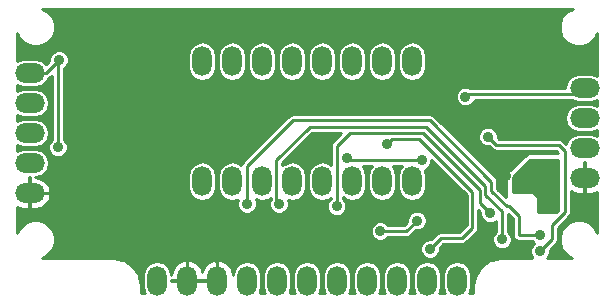
<source format=gbl>
%FSLAX34Y34*%
G04 Gerber Fmt 3.4, Leading zero omitted, Abs format*
G04 (created by PCBNEW (2014-02-28 BZR 4729)-product) date man 03 mar 2014 20:37:32 CET*
%MOIN*%
G01*
G70*
G90*
G04 APERTURE LIST*
%ADD10C,0.005906*%
%ADD11O,0.064961X0.100000*%
%ADD12O,0.100000X0.065000*%
%ADD13O,0.065000X0.100000*%
%ADD14C,0.035000*%
%ADD15C,0.009843*%
%ADD16C,0.010000*%
G04 APERTURE END LIST*
G54D10*
G54D11*
X3500Y3905D03*
X2500Y3905D03*
X1500Y3905D03*
X500Y3905D03*
X-500Y3905D03*
X-1500Y3905D03*
X-2500Y3905D03*
X-3500Y3905D03*
X-3500Y7905D03*
X-2500Y7905D03*
X-1500Y7905D03*
X-500Y7905D03*
X500Y7905D03*
X1500Y7905D03*
X2500Y7905D03*
X3500Y7905D03*
G54D12*
X9251Y7011D03*
X9251Y6011D03*
X9251Y5011D03*
X9251Y4011D03*
G54D13*
X-5000Y590D03*
X-4000Y590D03*
X-3000Y590D03*
X-2000Y590D03*
X-1000Y590D03*
X0Y590D03*
X1000Y590D03*
X2000Y590D03*
X3000Y590D03*
X4000Y590D03*
X5000Y590D03*
G54D12*
X-9251Y7511D03*
X-9251Y6511D03*
X-9251Y5511D03*
X-9251Y4511D03*
X-9251Y3511D03*
G54D14*
X2440Y2244D03*
X3661Y2598D03*
X6023Y5393D03*
X7755Y1574D03*
X7519Y7165D03*
X-6929Y6692D03*
X-4960Y8503D03*
X6614Y4094D03*
X-354Y6850D03*
X4763Y5748D03*
X7322Y4330D03*
X-6102Y1535D03*
X-5708Y3543D03*
X984Y3070D03*
X6102Y2834D03*
X6496Y1968D03*
X-944Y3149D03*
X7755Y2125D03*
X-2007Y3149D03*
X2677Y5157D03*
X4094Y1653D03*
X-8307Y5039D03*
X-8267Y7952D03*
X5275Y6732D03*
X3818Y4606D03*
X1338Y4685D03*
G54D15*
X3307Y2244D02*
X2440Y2244D01*
X3661Y2598D02*
X3307Y2244D01*
X6299Y5118D02*
X6023Y5393D01*
X8582Y4921D02*
X8385Y5118D01*
X8582Y2874D02*
X8582Y4921D01*
X8149Y2440D02*
X8582Y2874D01*
X8149Y1968D02*
X8149Y2440D01*
X7755Y1574D02*
X8149Y1968D01*
X8385Y5118D02*
X6299Y5118D01*
X984Y3110D02*
X984Y3070D01*
X1417Y5512D02*
X1417Y5511D01*
X984Y5078D02*
X984Y3110D01*
X1417Y5511D02*
X984Y5078D01*
X3857Y5512D02*
X1417Y5512D01*
X5748Y3622D02*
X3857Y5512D01*
X5748Y3188D02*
X5748Y3622D01*
X6102Y2834D02*
X5748Y3188D01*
X6496Y1968D02*
X6496Y2913D01*
X6496Y2913D02*
X5944Y3464D01*
X-1023Y3228D02*
X-944Y3149D01*
X-1023Y4606D02*
X-1023Y3228D01*
X78Y5708D02*
X-1023Y4606D01*
X3974Y5708D02*
X78Y5708D01*
X3975Y5709D02*
X3974Y5708D01*
X3975Y5708D02*
X3975Y5709D01*
X5944Y3739D02*
X3975Y5708D01*
X5944Y3464D02*
X5944Y3739D01*
X-2007Y4370D02*
X-2007Y4409D01*
X-2007Y4409D02*
X-472Y5944D01*
X7047Y2125D02*
X7047Y2755D01*
X6140Y3582D02*
X6141Y3582D01*
X6652Y3070D02*
X6140Y3582D01*
X6732Y3070D02*
X6652Y3070D01*
X7047Y2755D02*
X6732Y3070D01*
X3228Y5944D02*
X4094Y5944D01*
X6141Y3897D02*
X6141Y3582D01*
X4094Y5944D02*
X6141Y3897D01*
X3228Y5944D02*
X-472Y5944D01*
X7755Y2125D02*
X7047Y2125D01*
X-2007Y4370D02*
X-2007Y3149D01*
X2836Y5316D02*
X2677Y5157D01*
X3738Y5316D02*
X2836Y5316D01*
X5511Y3543D02*
X3738Y5316D01*
X5511Y2362D02*
X5511Y3543D01*
X5157Y2007D02*
X5511Y2362D01*
X4448Y2007D02*
X5157Y2007D01*
X4094Y1653D02*
X4448Y2007D01*
X-9251Y7511D02*
X-8708Y7511D01*
X-8708Y7511D02*
X-8267Y7952D01*
X-8307Y5039D02*
X-8307Y7913D01*
X-8307Y7913D02*
X-8267Y7952D01*
X5358Y6814D02*
X9251Y6814D01*
X5275Y6732D02*
X5358Y6814D01*
X3818Y4606D02*
X1417Y4606D01*
X1417Y4606D02*
X1338Y4685D01*
G54D10*
G36*
X8364Y2937D02*
X8322Y2895D01*
X7698Y2895D01*
X7698Y3387D01*
X7521Y3564D01*
X6871Y3564D01*
X6871Y4033D01*
X6852Y4033D01*
X7442Y4624D01*
X8364Y4624D01*
X8364Y2937D01*
X8364Y2937D01*
G37*
G54D16*
X8364Y2937D02*
X8322Y2895D01*
X7698Y2895D01*
X7698Y3387D01*
X7521Y3564D01*
X6871Y3564D01*
X6871Y4033D01*
X6852Y4033D01*
X7442Y4624D01*
X8364Y4624D01*
X8364Y2937D01*
G54D10*
G36*
X9662Y5422D02*
X9621Y5450D01*
X9439Y5486D01*
X9064Y5486D01*
X8882Y5450D01*
X8728Y5347D01*
X8625Y5193D01*
X8619Y5165D01*
X8526Y5258D01*
X8462Y5302D01*
X8385Y5317D01*
X6381Y5317D01*
X6348Y5350D01*
X6348Y5458D01*
X6299Y5577D01*
X6207Y5669D01*
X6088Y5718D01*
X5959Y5718D01*
X5839Y5669D01*
X5748Y5578D01*
X5698Y5458D01*
X5698Y5329D01*
X5747Y5209D01*
X5839Y5118D01*
X5958Y5068D01*
X6066Y5068D01*
X6158Y4977D01*
X6222Y4934D01*
X6299Y4918D01*
X8303Y4918D01*
X8358Y4863D01*
X7360Y4863D01*
X7291Y4795D01*
X6769Y4273D01*
X6632Y4273D01*
X6632Y3503D01*
X6632Y3373D01*
X6340Y3664D01*
X6340Y3897D01*
X6325Y3973D01*
X6325Y3973D01*
X6282Y4038D01*
X4235Y6085D01*
X4170Y6128D01*
X4094Y6144D01*
X3974Y6144D01*
X3974Y7717D01*
X3974Y8093D01*
X3938Y8275D01*
X3835Y8429D01*
X3681Y8532D01*
X3500Y8568D01*
X3318Y8532D01*
X3164Y8429D01*
X3061Y8275D01*
X3025Y8093D01*
X3025Y7717D01*
X3061Y7535D01*
X3164Y7381D01*
X3318Y7278D01*
X3500Y7242D01*
X3681Y7278D01*
X3835Y7381D01*
X3938Y7535D01*
X3974Y7717D01*
X3974Y6144D01*
X3228Y6144D01*
X2974Y6144D01*
X2974Y7717D01*
X2974Y8093D01*
X2938Y8275D01*
X2835Y8429D01*
X2681Y8532D01*
X2500Y8568D01*
X2318Y8532D01*
X2164Y8429D01*
X2061Y8275D01*
X2025Y8093D01*
X2025Y7717D01*
X2061Y7535D01*
X2164Y7381D01*
X2318Y7278D01*
X2500Y7242D01*
X2681Y7278D01*
X2835Y7381D01*
X2938Y7535D01*
X2974Y7717D01*
X2974Y6144D01*
X1974Y6144D01*
X1974Y7717D01*
X1974Y8093D01*
X1938Y8275D01*
X1835Y8429D01*
X1681Y8532D01*
X1500Y8568D01*
X1318Y8532D01*
X1164Y8429D01*
X1061Y8275D01*
X1025Y8093D01*
X1025Y7717D01*
X1061Y7535D01*
X1164Y7381D01*
X1318Y7278D01*
X1500Y7242D01*
X1681Y7278D01*
X1835Y7381D01*
X1938Y7535D01*
X1974Y7717D01*
X1974Y6144D01*
X974Y6144D01*
X974Y7717D01*
X974Y8093D01*
X938Y8275D01*
X835Y8429D01*
X681Y8532D01*
X500Y8568D01*
X318Y8532D01*
X164Y8429D01*
X61Y8275D01*
X25Y8093D01*
X25Y7717D01*
X61Y7535D01*
X164Y7381D01*
X318Y7278D01*
X500Y7242D01*
X681Y7278D01*
X835Y7381D01*
X938Y7535D01*
X974Y7717D01*
X974Y6144D01*
X-25Y6144D01*
X-25Y7717D01*
X-25Y8093D01*
X-61Y8275D01*
X-164Y8429D01*
X-318Y8532D01*
X-500Y8568D01*
X-681Y8532D01*
X-835Y8429D01*
X-938Y8275D01*
X-974Y8093D01*
X-974Y7717D01*
X-938Y7535D01*
X-835Y7381D01*
X-681Y7278D01*
X-500Y7242D01*
X-318Y7278D01*
X-164Y7381D01*
X-61Y7535D01*
X-25Y7717D01*
X-25Y6144D01*
X-472Y6144D01*
X-548Y6128D01*
X-613Y6085D01*
X-1025Y5673D01*
X-1025Y7717D01*
X-1025Y8093D01*
X-1061Y8275D01*
X-1164Y8429D01*
X-1318Y8532D01*
X-1500Y8568D01*
X-1681Y8532D01*
X-1835Y8429D01*
X-1938Y8275D01*
X-1974Y8093D01*
X-1974Y7717D01*
X-1938Y7535D01*
X-1835Y7381D01*
X-1681Y7278D01*
X-1500Y7242D01*
X-1318Y7278D01*
X-1164Y7381D01*
X-1061Y7535D01*
X-1025Y7717D01*
X-1025Y5673D01*
X-2025Y4673D01*
X-2025Y7717D01*
X-2025Y8093D01*
X-2061Y8275D01*
X-2164Y8429D01*
X-2318Y8532D01*
X-2500Y8568D01*
X-2681Y8532D01*
X-2835Y8429D01*
X-2938Y8275D01*
X-2974Y8093D01*
X-2974Y7717D01*
X-2938Y7535D01*
X-2835Y7381D01*
X-2681Y7278D01*
X-2500Y7242D01*
X-2318Y7278D01*
X-2164Y7381D01*
X-2061Y7535D01*
X-2025Y7717D01*
X-2025Y4673D01*
X-2148Y4550D01*
X-2191Y4485D01*
X-2198Y4452D01*
X-2318Y4532D01*
X-2500Y4568D01*
X-2681Y4532D01*
X-2835Y4429D01*
X-2938Y4275D01*
X-2974Y4093D01*
X-2974Y3717D01*
X-2938Y3535D01*
X-2835Y3381D01*
X-2681Y3278D01*
X-2500Y3242D01*
X-2318Y3278D01*
X-2301Y3290D01*
X-2332Y3214D01*
X-2332Y3085D01*
X-2283Y2965D01*
X-2192Y2874D01*
X-2072Y2824D01*
X-1943Y2824D01*
X-1824Y2873D01*
X-1732Y2965D01*
X-1682Y3084D01*
X-1682Y3213D01*
X-1720Y3304D01*
X-1681Y3278D01*
X-1500Y3242D01*
X-1318Y3278D01*
X-1222Y3342D01*
X-1222Y3327D01*
X-1269Y3214D01*
X-1269Y3085D01*
X-1220Y2965D01*
X-1129Y2874D01*
X-1009Y2824D01*
X-880Y2824D01*
X-761Y2873D01*
X-669Y2965D01*
X-619Y3084D01*
X-619Y3213D01*
X-643Y3271D01*
X-500Y3242D01*
X-318Y3278D01*
X-164Y3381D01*
X-61Y3535D01*
X-25Y3717D01*
X-25Y4093D01*
X-61Y4275D01*
X-164Y4429D01*
X-318Y4532D01*
X-500Y4568D01*
X-681Y4532D01*
X-824Y4436D01*
X-824Y4523D01*
X161Y5509D01*
X1133Y5509D01*
X843Y5219D01*
X800Y5154D01*
X785Y5078D01*
X785Y4463D01*
X681Y4532D01*
X500Y4568D01*
X318Y4532D01*
X164Y4429D01*
X61Y4275D01*
X25Y4093D01*
X25Y3717D01*
X61Y3535D01*
X164Y3381D01*
X318Y3278D01*
X500Y3242D01*
X681Y3278D01*
X785Y3347D01*
X785Y3331D01*
X708Y3255D01*
X659Y3135D01*
X659Y3006D01*
X708Y2887D01*
X799Y2795D01*
X919Y2745D01*
X1048Y2745D01*
X1168Y2795D01*
X1259Y2886D01*
X1309Y3005D01*
X1309Y3135D01*
X1259Y3254D01*
X1183Y3331D01*
X1183Y3369D01*
X1318Y3278D01*
X1500Y3242D01*
X1681Y3278D01*
X1835Y3381D01*
X1938Y3535D01*
X1974Y3717D01*
X1974Y4093D01*
X1938Y4275D01*
X1850Y4407D01*
X2149Y4407D01*
X2061Y4275D01*
X2025Y4093D01*
X2025Y3717D01*
X2061Y3535D01*
X2164Y3381D01*
X2318Y3278D01*
X2500Y3242D01*
X2681Y3278D01*
X2835Y3381D01*
X2938Y3535D01*
X2974Y3717D01*
X2974Y4093D01*
X2938Y4275D01*
X2850Y4407D01*
X3149Y4407D01*
X3061Y4275D01*
X3025Y4093D01*
X3025Y3717D01*
X3061Y3535D01*
X3164Y3381D01*
X3318Y3278D01*
X3500Y3242D01*
X3681Y3278D01*
X3835Y3381D01*
X3938Y3535D01*
X3974Y3717D01*
X3974Y4093D01*
X3938Y4275D01*
X3923Y4297D01*
X4002Y4330D01*
X4094Y4421D01*
X4143Y4541D01*
X4143Y4629D01*
X5312Y3460D01*
X5312Y2444D01*
X5074Y2207D01*
X4448Y2207D01*
X4372Y2191D01*
X4307Y2148D01*
X4137Y1978D01*
X4030Y1978D01*
X3986Y1960D01*
X3986Y2662D01*
X3937Y2782D01*
X3845Y2873D01*
X3726Y2923D01*
X3597Y2923D01*
X3477Y2874D01*
X3386Y2782D01*
X3336Y2663D01*
X3336Y2555D01*
X3224Y2443D01*
X2701Y2443D01*
X2625Y2519D01*
X2505Y2569D01*
X2376Y2569D01*
X2257Y2519D01*
X2165Y2428D01*
X2116Y2309D01*
X2115Y2179D01*
X2165Y2060D01*
X2256Y1968D01*
X2376Y1919D01*
X2505Y1919D01*
X2624Y1968D01*
X2701Y2044D01*
X3307Y2044D01*
X3383Y2060D01*
X3447Y2103D01*
X3618Y2273D01*
X3725Y2273D01*
X3845Y2322D01*
X3936Y2414D01*
X3986Y2533D01*
X3986Y2662D01*
X3986Y1960D01*
X3910Y1929D01*
X3819Y1837D01*
X3769Y1718D01*
X3769Y1589D01*
X3818Y1469D01*
X3910Y1378D01*
X4029Y1328D01*
X4158Y1328D01*
X4278Y1377D01*
X4369Y1469D01*
X4419Y1588D01*
X4419Y1696D01*
X4531Y1808D01*
X5157Y1808D01*
X5233Y1823D01*
X5298Y1867D01*
X5652Y2221D01*
X5695Y2285D01*
X5711Y2362D01*
X5711Y2944D01*
X5777Y2877D01*
X5777Y2770D01*
X5826Y2650D01*
X5918Y2559D01*
X6037Y2509D01*
X6166Y2509D01*
X6286Y2558D01*
X6296Y2569D01*
X6296Y2228D01*
X6220Y2152D01*
X6171Y2033D01*
X6171Y1904D01*
X6220Y1784D01*
X6311Y1693D01*
X6431Y1643D01*
X6560Y1643D01*
X6679Y1692D01*
X6771Y1784D01*
X6821Y1903D01*
X6821Y2032D01*
X6771Y2152D01*
X6695Y2228D01*
X6695Y2826D01*
X6848Y2673D01*
X6848Y2125D01*
X6863Y2049D01*
X6906Y1985D01*
X6971Y1941D01*
X7047Y1926D01*
X7495Y1926D01*
X7571Y1850D01*
X7572Y1850D01*
X7480Y1759D01*
X7430Y1639D01*
X7430Y1510D01*
X7480Y1390D01*
X7510Y1360D01*
X6496Y1360D01*
X6478Y1357D01*
X6461Y1357D01*
X6159Y1297D01*
X6094Y1270D01*
X5839Y1099D01*
X5790Y1050D01*
X5619Y794D01*
X5592Y730D01*
X5532Y428D01*
X5532Y411D01*
X5529Y393D01*
X5529Y179D01*
X5411Y179D01*
X5438Y221D01*
X5475Y402D01*
X5475Y778D01*
X5438Y960D01*
X5335Y1114D01*
X5181Y1217D01*
X5000Y1253D01*
X4818Y1217D01*
X4664Y1114D01*
X4561Y960D01*
X4525Y778D01*
X4525Y402D01*
X4561Y221D01*
X4588Y179D01*
X4411Y179D01*
X4438Y221D01*
X4475Y402D01*
X4475Y778D01*
X4438Y960D01*
X4335Y1114D01*
X4181Y1217D01*
X4000Y1253D01*
X3818Y1217D01*
X3664Y1114D01*
X3561Y960D01*
X3525Y778D01*
X3525Y402D01*
X3561Y221D01*
X3588Y179D01*
X3411Y179D01*
X3438Y221D01*
X3475Y402D01*
X3475Y778D01*
X3438Y960D01*
X3335Y1114D01*
X3181Y1217D01*
X3000Y1253D01*
X2818Y1217D01*
X2664Y1114D01*
X2561Y960D01*
X2525Y778D01*
X2525Y402D01*
X2561Y221D01*
X2588Y179D01*
X2411Y179D01*
X2438Y221D01*
X2475Y402D01*
X2475Y778D01*
X2438Y960D01*
X2335Y1114D01*
X2181Y1217D01*
X2000Y1253D01*
X1818Y1217D01*
X1664Y1114D01*
X1561Y960D01*
X1525Y778D01*
X1525Y402D01*
X1561Y221D01*
X1588Y179D01*
X1411Y179D01*
X1438Y221D01*
X1475Y402D01*
X1475Y778D01*
X1438Y960D01*
X1335Y1114D01*
X1181Y1217D01*
X1000Y1253D01*
X818Y1217D01*
X664Y1114D01*
X561Y960D01*
X525Y778D01*
X525Y402D01*
X561Y221D01*
X588Y179D01*
X411Y179D01*
X438Y221D01*
X475Y402D01*
X475Y778D01*
X438Y960D01*
X335Y1114D01*
X181Y1217D01*
X0Y1253D01*
X-181Y1217D01*
X-335Y1114D01*
X-438Y960D01*
X-475Y778D01*
X-475Y402D01*
X-438Y221D01*
X-411Y179D01*
X-588Y179D01*
X-561Y221D01*
X-525Y402D01*
X-525Y778D01*
X-561Y960D01*
X-664Y1114D01*
X-818Y1217D01*
X-1000Y1253D01*
X-1181Y1217D01*
X-1335Y1114D01*
X-1438Y960D01*
X-1475Y778D01*
X-1475Y402D01*
X-1438Y221D01*
X-1411Y179D01*
X-1588Y179D01*
X-1561Y221D01*
X-1525Y402D01*
X-1525Y778D01*
X-1561Y960D01*
X-1664Y1114D01*
X-1818Y1217D01*
X-2000Y1253D01*
X-2181Y1217D01*
X-2335Y1114D01*
X-2438Y960D01*
X-2475Y778D01*
X-2475Y775D01*
X-2518Y975D01*
X-2635Y1143D01*
X-2808Y1254D01*
X-2908Y1282D01*
X-2990Y1240D01*
X-2990Y600D01*
X-2982Y600D01*
X-2982Y580D01*
X-2990Y580D01*
X-2990Y572D01*
X-3010Y572D01*
X-3010Y580D01*
X-3010Y600D01*
X-3010Y1240D01*
X-3025Y1248D01*
X-3025Y3717D01*
X-3025Y4093D01*
X-3025Y7717D01*
X-3025Y8093D01*
X-3061Y8275D01*
X-3164Y8429D01*
X-3318Y8532D01*
X-3500Y8568D01*
X-3681Y8532D01*
X-3835Y8429D01*
X-3938Y8275D01*
X-3974Y8093D01*
X-3974Y7717D01*
X-3938Y7535D01*
X-3835Y7381D01*
X-3681Y7278D01*
X-3500Y7242D01*
X-3318Y7278D01*
X-3164Y7381D01*
X-3061Y7535D01*
X-3025Y7717D01*
X-3025Y4093D01*
X-3061Y4275D01*
X-3164Y4429D01*
X-3318Y4532D01*
X-3500Y4568D01*
X-3681Y4532D01*
X-3835Y4429D01*
X-3938Y4275D01*
X-3974Y4093D01*
X-3974Y3717D01*
X-3938Y3535D01*
X-3835Y3381D01*
X-3681Y3278D01*
X-3500Y3242D01*
X-3318Y3278D01*
X-3164Y3381D01*
X-3061Y3535D01*
X-3025Y3717D01*
X-3025Y1248D01*
X-3091Y1282D01*
X-3191Y1254D01*
X-3364Y1143D01*
X-3481Y975D01*
X-3500Y889D01*
X-3518Y975D01*
X-3635Y1143D01*
X-3808Y1254D01*
X-3908Y1282D01*
X-3990Y1240D01*
X-3990Y600D01*
X-3525Y600D01*
X-3475Y600D01*
X-3010Y600D01*
X-3010Y580D01*
X-3475Y580D01*
X-3525Y580D01*
X-3990Y580D01*
X-3990Y572D01*
X-4010Y572D01*
X-4010Y580D01*
X-4525Y580D01*
X-4525Y600D01*
X-4010Y600D01*
X-4010Y1240D01*
X-4091Y1282D01*
X-4191Y1254D01*
X-4364Y1143D01*
X-4481Y975D01*
X-4525Y775D01*
X-4525Y778D01*
X-4561Y960D01*
X-4664Y1114D01*
X-4818Y1217D01*
X-5000Y1253D01*
X-5181Y1217D01*
X-5335Y1114D01*
X-5438Y960D01*
X-5475Y778D01*
X-5475Y402D01*
X-5438Y221D01*
X-5411Y179D01*
X-5529Y179D01*
X-5529Y393D01*
X-5532Y411D01*
X-5532Y428D01*
X-5592Y730D01*
X-5619Y794D01*
X-5790Y1050D01*
X-5839Y1099D01*
X-6094Y1270D01*
X-6159Y1297D01*
X-6461Y1357D01*
X-6478Y1357D01*
X-6496Y1360D01*
X-8845Y1360D01*
X-8691Y1423D01*
X-8511Y1604D01*
X-8413Y1840D01*
X-8413Y2095D01*
X-8510Y2331D01*
X-8560Y2381D01*
X-8560Y3419D01*
X-8602Y3501D01*
X-9241Y3501D01*
X-9241Y2986D01*
X-9066Y2986D01*
X-8866Y3030D01*
X-8698Y3147D01*
X-8588Y3320D01*
X-8560Y3419D01*
X-8560Y2381D01*
X-8690Y2512D01*
X-8926Y2610D01*
X-9182Y2610D01*
X-9418Y2513D01*
X-9599Y2332D01*
X-9662Y2178D01*
X-9662Y3048D01*
X-9637Y3030D01*
X-9436Y2986D01*
X-9261Y2986D01*
X-9261Y3501D01*
X-9269Y3501D01*
X-9269Y3521D01*
X-9261Y3521D01*
X-9261Y4036D01*
X-9241Y4036D01*
X-9241Y3521D01*
X-8602Y3521D01*
X-8560Y3603D01*
X-8588Y3703D01*
X-8698Y3875D01*
X-8866Y3993D01*
X-9066Y4036D01*
X-9064Y4036D01*
X-8882Y4072D01*
X-8728Y4175D01*
X-8625Y4330D01*
X-8589Y4511D01*
X-8625Y4693D01*
X-8728Y4847D01*
X-8882Y4950D01*
X-9064Y4986D01*
X-9439Y4986D01*
X-9621Y4950D01*
X-9662Y4922D01*
X-9662Y5100D01*
X-9621Y5072D01*
X-9439Y5036D01*
X-9064Y5036D01*
X-8882Y5072D01*
X-8728Y5175D01*
X-8625Y5330D01*
X-8589Y5511D01*
X-8625Y5693D01*
X-8728Y5847D01*
X-8882Y5950D01*
X-9064Y5986D01*
X-9439Y5986D01*
X-9621Y5950D01*
X-9662Y5922D01*
X-9662Y6100D01*
X-9621Y6072D01*
X-9439Y6036D01*
X-9064Y6036D01*
X-8882Y6072D01*
X-8728Y6175D01*
X-8625Y6330D01*
X-8589Y6511D01*
X-8625Y6693D01*
X-8728Y6847D01*
X-8882Y6950D01*
X-9064Y6986D01*
X-9439Y6986D01*
X-9621Y6950D01*
X-9662Y6922D01*
X-9662Y7100D01*
X-9621Y7072D01*
X-9439Y7036D01*
X-9064Y7036D01*
X-8882Y7072D01*
X-8728Y7175D01*
X-8625Y7330D01*
X-8624Y7332D01*
X-8567Y7370D01*
X-8506Y7432D01*
X-8506Y5299D01*
X-8582Y5223D01*
X-8632Y5104D01*
X-8632Y4975D01*
X-8582Y4855D01*
X-8491Y4764D01*
X-8372Y4714D01*
X-8242Y4714D01*
X-8123Y4763D01*
X-8031Y4855D01*
X-7982Y4974D01*
X-7982Y5103D01*
X-8031Y5223D01*
X-8107Y5299D01*
X-8107Y7667D01*
X-8083Y7677D01*
X-7992Y7768D01*
X-7942Y7887D01*
X-7942Y8017D01*
X-7992Y8136D01*
X-8083Y8228D01*
X-8202Y8277D01*
X-8332Y8277D01*
X-8451Y8228D01*
X-8543Y8137D01*
X-8592Y8017D01*
X-8592Y7909D01*
X-8698Y7803D01*
X-8728Y7847D01*
X-8882Y7950D01*
X-9064Y7986D01*
X-9439Y7986D01*
X-9621Y7950D01*
X-9662Y7922D01*
X-9662Y8845D01*
X-9599Y8691D01*
X-9419Y8511D01*
X-9183Y8413D01*
X-8927Y8413D01*
X-8691Y8510D01*
X-8511Y8690D01*
X-8413Y8926D01*
X-8413Y9182D01*
X-8510Y9418D01*
X-8690Y9599D01*
X-8844Y9662D01*
X8845Y9662D01*
X8691Y9599D01*
X8511Y9419D01*
X8413Y9183D01*
X8413Y8927D01*
X8510Y8691D01*
X8690Y8511D01*
X8926Y8413D01*
X9182Y8413D01*
X9418Y8510D01*
X9599Y8690D01*
X9662Y8844D01*
X9662Y7422D01*
X9621Y7450D01*
X9439Y7486D01*
X9064Y7486D01*
X8882Y7450D01*
X8728Y7347D01*
X8625Y7193D01*
X8589Y7014D01*
X5444Y7014D01*
X5340Y7057D01*
X5211Y7057D01*
X5091Y7007D01*
X5000Y6916D01*
X4950Y6797D01*
X4950Y6667D01*
X4999Y6548D01*
X5091Y6456D01*
X5210Y6407D01*
X5339Y6407D01*
X5459Y6456D01*
X5550Y6547D01*
X5579Y6615D01*
X8818Y6615D01*
X8882Y6572D01*
X9064Y6536D01*
X9439Y6536D01*
X9621Y6572D01*
X9662Y6600D01*
X9662Y6422D01*
X9621Y6450D01*
X9439Y6486D01*
X9064Y6486D01*
X8882Y6450D01*
X8728Y6347D01*
X8625Y6193D01*
X8589Y6011D01*
X8625Y5830D01*
X8728Y5675D01*
X8882Y5572D01*
X9064Y5536D01*
X9439Y5536D01*
X9621Y5572D01*
X9662Y5600D01*
X9662Y5422D01*
X9662Y5422D01*
G37*
G54D16*
X9662Y5422D02*
X9621Y5450D01*
X9439Y5486D01*
X9064Y5486D01*
X8882Y5450D01*
X8728Y5347D01*
X8625Y5193D01*
X8619Y5165D01*
X8526Y5258D01*
X8462Y5302D01*
X8385Y5317D01*
X6381Y5317D01*
X6348Y5350D01*
X6348Y5458D01*
X6299Y5577D01*
X6207Y5669D01*
X6088Y5718D01*
X5959Y5718D01*
X5839Y5669D01*
X5748Y5578D01*
X5698Y5458D01*
X5698Y5329D01*
X5747Y5209D01*
X5839Y5118D01*
X5958Y5068D01*
X6066Y5068D01*
X6158Y4977D01*
X6222Y4934D01*
X6299Y4918D01*
X8303Y4918D01*
X8358Y4863D01*
X7360Y4863D01*
X7291Y4795D01*
X6769Y4273D01*
X6632Y4273D01*
X6632Y3503D01*
X6632Y3373D01*
X6340Y3664D01*
X6340Y3897D01*
X6325Y3973D01*
X6325Y3973D01*
X6282Y4038D01*
X4235Y6085D01*
X4170Y6128D01*
X4094Y6144D01*
X3974Y6144D01*
X3974Y7717D01*
X3974Y8093D01*
X3938Y8275D01*
X3835Y8429D01*
X3681Y8532D01*
X3500Y8568D01*
X3318Y8532D01*
X3164Y8429D01*
X3061Y8275D01*
X3025Y8093D01*
X3025Y7717D01*
X3061Y7535D01*
X3164Y7381D01*
X3318Y7278D01*
X3500Y7242D01*
X3681Y7278D01*
X3835Y7381D01*
X3938Y7535D01*
X3974Y7717D01*
X3974Y6144D01*
X3228Y6144D01*
X2974Y6144D01*
X2974Y7717D01*
X2974Y8093D01*
X2938Y8275D01*
X2835Y8429D01*
X2681Y8532D01*
X2500Y8568D01*
X2318Y8532D01*
X2164Y8429D01*
X2061Y8275D01*
X2025Y8093D01*
X2025Y7717D01*
X2061Y7535D01*
X2164Y7381D01*
X2318Y7278D01*
X2500Y7242D01*
X2681Y7278D01*
X2835Y7381D01*
X2938Y7535D01*
X2974Y7717D01*
X2974Y6144D01*
X1974Y6144D01*
X1974Y7717D01*
X1974Y8093D01*
X1938Y8275D01*
X1835Y8429D01*
X1681Y8532D01*
X1500Y8568D01*
X1318Y8532D01*
X1164Y8429D01*
X1061Y8275D01*
X1025Y8093D01*
X1025Y7717D01*
X1061Y7535D01*
X1164Y7381D01*
X1318Y7278D01*
X1500Y7242D01*
X1681Y7278D01*
X1835Y7381D01*
X1938Y7535D01*
X1974Y7717D01*
X1974Y6144D01*
X974Y6144D01*
X974Y7717D01*
X974Y8093D01*
X938Y8275D01*
X835Y8429D01*
X681Y8532D01*
X500Y8568D01*
X318Y8532D01*
X164Y8429D01*
X61Y8275D01*
X25Y8093D01*
X25Y7717D01*
X61Y7535D01*
X164Y7381D01*
X318Y7278D01*
X500Y7242D01*
X681Y7278D01*
X835Y7381D01*
X938Y7535D01*
X974Y7717D01*
X974Y6144D01*
X-25Y6144D01*
X-25Y7717D01*
X-25Y8093D01*
X-61Y8275D01*
X-164Y8429D01*
X-318Y8532D01*
X-500Y8568D01*
X-681Y8532D01*
X-835Y8429D01*
X-938Y8275D01*
X-974Y8093D01*
X-974Y7717D01*
X-938Y7535D01*
X-835Y7381D01*
X-681Y7278D01*
X-500Y7242D01*
X-318Y7278D01*
X-164Y7381D01*
X-61Y7535D01*
X-25Y7717D01*
X-25Y6144D01*
X-472Y6144D01*
X-548Y6128D01*
X-613Y6085D01*
X-1025Y5673D01*
X-1025Y7717D01*
X-1025Y8093D01*
X-1061Y8275D01*
X-1164Y8429D01*
X-1318Y8532D01*
X-1500Y8568D01*
X-1681Y8532D01*
X-1835Y8429D01*
X-1938Y8275D01*
X-1974Y8093D01*
X-1974Y7717D01*
X-1938Y7535D01*
X-1835Y7381D01*
X-1681Y7278D01*
X-1500Y7242D01*
X-1318Y7278D01*
X-1164Y7381D01*
X-1061Y7535D01*
X-1025Y7717D01*
X-1025Y5673D01*
X-2025Y4673D01*
X-2025Y7717D01*
X-2025Y8093D01*
X-2061Y8275D01*
X-2164Y8429D01*
X-2318Y8532D01*
X-2500Y8568D01*
X-2681Y8532D01*
X-2835Y8429D01*
X-2938Y8275D01*
X-2974Y8093D01*
X-2974Y7717D01*
X-2938Y7535D01*
X-2835Y7381D01*
X-2681Y7278D01*
X-2500Y7242D01*
X-2318Y7278D01*
X-2164Y7381D01*
X-2061Y7535D01*
X-2025Y7717D01*
X-2025Y4673D01*
X-2148Y4550D01*
X-2191Y4485D01*
X-2198Y4452D01*
X-2318Y4532D01*
X-2500Y4568D01*
X-2681Y4532D01*
X-2835Y4429D01*
X-2938Y4275D01*
X-2974Y4093D01*
X-2974Y3717D01*
X-2938Y3535D01*
X-2835Y3381D01*
X-2681Y3278D01*
X-2500Y3242D01*
X-2318Y3278D01*
X-2301Y3290D01*
X-2332Y3214D01*
X-2332Y3085D01*
X-2283Y2965D01*
X-2192Y2874D01*
X-2072Y2824D01*
X-1943Y2824D01*
X-1824Y2873D01*
X-1732Y2965D01*
X-1682Y3084D01*
X-1682Y3213D01*
X-1720Y3304D01*
X-1681Y3278D01*
X-1500Y3242D01*
X-1318Y3278D01*
X-1222Y3342D01*
X-1222Y3327D01*
X-1269Y3214D01*
X-1269Y3085D01*
X-1220Y2965D01*
X-1129Y2874D01*
X-1009Y2824D01*
X-880Y2824D01*
X-761Y2873D01*
X-669Y2965D01*
X-619Y3084D01*
X-619Y3213D01*
X-643Y3271D01*
X-500Y3242D01*
X-318Y3278D01*
X-164Y3381D01*
X-61Y3535D01*
X-25Y3717D01*
X-25Y4093D01*
X-61Y4275D01*
X-164Y4429D01*
X-318Y4532D01*
X-500Y4568D01*
X-681Y4532D01*
X-824Y4436D01*
X-824Y4523D01*
X161Y5509D01*
X1133Y5509D01*
X843Y5219D01*
X800Y5154D01*
X785Y5078D01*
X785Y4463D01*
X681Y4532D01*
X500Y4568D01*
X318Y4532D01*
X164Y4429D01*
X61Y4275D01*
X25Y4093D01*
X25Y3717D01*
X61Y3535D01*
X164Y3381D01*
X318Y3278D01*
X500Y3242D01*
X681Y3278D01*
X785Y3347D01*
X785Y3331D01*
X708Y3255D01*
X659Y3135D01*
X659Y3006D01*
X708Y2887D01*
X799Y2795D01*
X919Y2745D01*
X1048Y2745D01*
X1168Y2795D01*
X1259Y2886D01*
X1309Y3005D01*
X1309Y3135D01*
X1259Y3254D01*
X1183Y3331D01*
X1183Y3369D01*
X1318Y3278D01*
X1500Y3242D01*
X1681Y3278D01*
X1835Y3381D01*
X1938Y3535D01*
X1974Y3717D01*
X1974Y4093D01*
X1938Y4275D01*
X1850Y4407D01*
X2149Y4407D01*
X2061Y4275D01*
X2025Y4093D01*
X2025Y3717D01*
X2061Y3535D01*
X2164Y3381D01*
X2318Y3278D01*
X2500Y3242D01*
X2681Y3278D01*
X2835Y3381D01*
X2938Y3535D01*
X2974Y3717D01*
X2974Y4093D01*
X2938Y4275D01*
X2850Y4407D01*
X3149Y4407D01*
X3061Y4275D01*
X3025Y4093D01*
X3025Y3717D01*
X3061Y3535D01*
X3164Y3381D01*
X3318Y3278D01*
X3500Y3242D01*
X3681Y3278D01*
X3835Y3381D01*
X3938Y3535D01*
X3974Y3717D01*
X3974Y4093D01*
X3938Y4275D01*
X3923Y4297D01*
X4002Y4330D01*
X4094Y4421D01*
X4143Y4541D01*
X4143Y4629D01*
X5312Y3460D01*
X5312Y2444D01*
X5074Y2207D01*
X4448Y2207D01*
X4372Y2191D01*
X4307Y2148D01*
X4137Y1978D01*
X4030Y1978D01*
X3986Y1960D01*
X3986Y2662D01*
X3937Y2782D01*
X3845Y2873D01*
X3726Y2923D01*
X3597Y2923D01*
X3477Y2874D01*
X3386Y2782D01*
X3336Y2663D01*
X3336Y2555D01*
X3224Y2443D01*
X2701Y2443D01*
X2625Y2519D01*
X2505Y2569D01*
X2376Y2569D01*
X2257Y2519D01*
X2165Y2428D01*
X2116Y2309D01*
X2115Y2179D01*
X2165Y2060D01*
X2256Y1968D01*
X2376Y1919D01*
X2505Y1919D01*
X2624Y1968D01*
X2701Y2044D01*
X3307Y2044D01*
X3383Y2060D01*
X3447Y2103D01*
X3618Y2273D01*
X3725Y2273D01*
X3845Y2322D01*
X3936Y2414D01*
X3986Y2533D01*
X3986Y2662D01*
X3986Y1960D01*
X3910Y1929D01*
X3819Y1837D01*
X3769Y1718D01*
X3769Y1589D01*
X3818Y1469D01*
X3910Y1378D01*
X4029Y1328D01*
X4158Y1328D01*
X4278Y1377D01*
X4369Y1469D01*
X4419Y1588D01*
X4419Y1696D01*
X4531Y1808D01*
X5157Y1808D01*
X5233Y1823D01*
X5298Y1867D01*
X5652Y2221D01*
X5695Y2285D01*
X5711Y2362D01*
X5711Y2944D01*
X5777Y2877D01*
X5777Y2770D01*
X5826Y2650D01*
X5918Y2559D01*
X6037Y2509D01*
X6166Y2509D01*
X6286Y2558D01*
X6296Y2569D01*
X6296Y2228D01*
X6220Y2152D01*
X6171Y2033D01*
X6171Y1904D01*
X6220Y1784D01*
X6311Y1693D01*
X6431Y1643D01*
X6560Y1643D01*
X6679Y1692D01*
X6771Y1784D01*
X6821Y1903D01*
X6821Y2032D01*
X6771Y2152D01*
X6695Y2228D01*
X6695Y2826D01*
X6848Y2673D01*
X6848Y2125D01*
X6863Y2049D01*
X6906Y1985D01*
X6971Y1941D01*
X7047Y1926D01*
X7495Y1926D01*
X7571Y1850D01*
X7572Y1850D01*
X7480Y1759D01*
X7430Y1639D01*
X7430Y1510D01*
X7480Y1390D01*
X7510Y1360D01*
X6496Y1360D01*
X6478Y1357D01*
X6461Y1357D01*
X6159Y1297D01*
X6094Y1270D01*
X5839Y1099D01*
X5790Y1050D01*
X5619Y794D01*
X5592Y730D01*
X5532Y428D01*
X5532Y411D01*
X5529Y393D01*
X5529Y179D01*
X5411Y179D01*
X5438Y221D01*
X5475Y402D01*
X5475Y778D01*
X5438Y960D01*
X5335Y1114D01*
X5181Y1217D01*
X5000Y1253D01*
X4818Y1217D01*
X4664Y1114D01*
X4561Y960D01*
X4525Y778D01*
X4525Y402D01*
X4561Y221D01*
X4588Y179D01*
X4411Y179D01*
X4438Y221D01*
X4475Y402D01*
X4475Y778D01*
X4438Y960D01*
X4335Y1114D01*
X4181Y1217D01*
X4000Y1253D01*
X3818Y1217D01*
X3664Y1114D01*
X3561Y960D01*
X3525Y778D01*
X3525Y402D01*
X3561Y221D01*
X3588Y179D01*
X3411Y179D01*
X3438Y221D01*
X3475Y402D01*
X3475Y778D01*
X3438Y960D01*
X3335Y1114D01*
X3181Y1217D01*
X3000Y1253D01*
X2818Y1217D01*
X2664Y1114D01*
X2561Y960D01*
X2525Y778D01*
X2525Y402D01*
X2561Y221D01*
X2588Y179D01*
X2411Y179D01*
X2438Y221D01*
X2475Y402D01*
X2475Y778D01*
X2438Y960D01*
X2335Y1114D01*
X2181Y1217D01*
X2000Y1253D01*
X1818Y1217D01*
X1664Y1114D01*
X1561Y960D01*
X1525Y778D01*
X1525Y402D01*
X1561Y221D01*
X1588Y179D01*
X1411Y179D01*
X1438Y221D01*
X1475Y402D01*
X1475Y778D01*
X1438Y960D01*
X1335Y1114D01*
X1181Y1217D01*
X1000Y1253D01*
X818Y1217D01*
X664Y1114D01*
X561Y960D01*
X525Y778D01*
X525Y402D01*
X561Y221D01*
X588Y179D01*
X411Y179D01*
X438Y221D01*
X475Y402D01*
X475Y778D01*
X438Y960D01*
X335Y1114D01*
X181Y1217D01*
X0Y1253D01*
X-181Y1217D01*
X-335Y1114D01*
X-438Y960D01*
X-475Y778D01*
X-475Y402D01*
X-438Y221D01*
X-411Y179D01*
X-588Y179D01*
X-561Y221D01*
X-525Y402D01*
X-525Y778D01*
X-561Y960D01*
X-664Y1114D01*
X-818Y1217D01*
X-1000Y1253D01*
X-1181Y1217D01*
X-1335Y1114D01*
X-1438Y960D01*
X-1475Y778D01*
X-1475Y402D01*
X-1438Y221D01*
X-1411Y179D01*
X-1588Y179D01*
X-1561Y221D01*
X-1525Y402D01*
X-1525Y778D01*
X-1561Y960D01*
X-1664Y1114D01*
X-1818Y1217D01*
X-2000Y1253D01*
X-2181Y1217D01*
X-2335Y1114D01*
X-2438Y960D01*
X-2475Y778D01*
X-2475Y775D01*
X-2518Y975D01*
X-2635Y1143D01*
X-2808Y1254D01*
X-2908Y1282D01*
X-2990Y1240D01*
X-2990Y600D01*
X-2982Y600D01*
X-2982Y580D01*
X-2990Y580D01*
X-2990Y572D01*
X-3010Y572D01*
X-3010Y580D01*
X-3010Y600D01*
X-3010Y1240D01*
X-3025Y1248D01*
X-3025Y3717D01*
X-3025Y4093D01*
X-3025Y7717D01*
X-3025Y8093D01*
X-3061Y8275D01*
X-3164Y8429D01*
X-3318Y8532D01*
X-3500Y8568D01*
X-3681Y8532D01*
X-3835Y8429D01*
X-3938Y8275D01*
X-3974Y8093D01*
X-3974Y7717D01*
X-3938Y7535D01*
X-3835Y7381D01*
X-3681Y7278D01*
X-3500Y7242D01*
X-3318Y7278D01*
X-3164Y7381D01*
X-3061Y7535D01*
X-3025Y7717D01*
X-3025Y4093D01*
X-3061Y4275D01*
X-3164Y4429D01*
X-3318Y4532D01*
X-3500Y4568D01*
X-3681Y4532D01*
X-3835Y4429D01*
X-3938Y4275D01*
X-3974Y4093D01*
X-3974Y3717D01*
X-3938Y3535D01*
X-3835Y3381D01*
X-3681Y3278D01*
X-3500Y3242D01*
X-3318Y3278D01*
X-3164Y3381D01*
X-3061Y3535D01*
X-3025Y3717D01*
X-3025Y1248D01*
X-3091Y1282D01*
X-3191Y1254D01*
X-3364Y1143D01*
X-3481Y975D01*
X-3500Y889D01*
X-3518Y975D01*
X-3635Y1143D01*
X-3808Y1254D01*
X-3908Y1282D01*
X-3990Y1240D01*
X-3990Y600D01*
X-3525Y600D01*
X-3475Y600D01*
X-3010Y600D01*
X-3010Y580D01*
X-3475Y580D01*
X-3525Y580D01*
X-3990Y580D01*
X-3990Y572D01*
X-4010Y572D01*
X-4010Y580D01*
X-4525Y580D01*
X-4525Y600D01*
X-4010Y600D01*
X-4010Y1240D01*
X-4091Y1282D01*
X-4191Y1254D01*
X-4364Y1143D01*
X-4481Y975D01*
X-4525Y775D01*
X-4525Y778D01*
X-4561Y960D01*
X-4664Y1114D01*
X-4818Y1217D01*
X-5000Y1253D01*
X-5181Y1217D01*
X-5335Y1114D01*
X-5438Y960D01*
X-5475Y778D01*
X-5475Y402D01*
X-5438Y221D01*
X-5411Y179D01*
X-5529Y179D01*
X-5529Y393D01*
X-5532Y411D01*
X-5532Y428D01*
X-5592Y730D01*
X-5619Y794D01*
X-5790Y1050D01*
X-5839Y1099D01*
X-6094Y1270D01*
X-6159Y1297D01*
X-6461Y1357D01*
X-6478Y1357D01*
X-6496Y1360D01*
X-8845Y1360D01*
X-8691Y1423D01*
X-8511Y1604D01*
X-8413Y1840D01*
X-8413Y2095D01*
X-8510Y2331D01*
X-8560Y2381D01*
X-8560Y3419D01*
X-8602Y3501D01*
X-9241Y3501D01*
X-9241Y2986D01*
X-9066Y2986D01*
X-8866Y3030D01*
X-8698Y3147D01*
X-8588Y3320D01*
X-8560Y3419D01*
X-8560Y2381D01*
X-8690Y2512D01*
X-8926Y2610D01*
X-9182Y2610D01*
X-9418Y2513D01*
X-9599Y2332D01*
X-9662Y2178D01*
X-9662Y3048D01*
X-9637Y3030D01*
X-9436Y2986D01*
X-9261Y2986D01*
X-9261Y3501D01*
X-9269Y3501D01*
X-9269Y3521D01*
X-9261Y3521D01*
X-9261Y4036D01*
X-9241Y4036D01*
X-9241Y3521D01*
X-8602Y3521D01*
X-8560Y3603D01*
X-8588Y3703D01*
X-8698Y3875D01*
X-8866Y3993D01*
X-9066Y4036D01*
X-9064Y4036D01*
X-8882Y4072D01*
X-8728Y4175D01*
X-8625Y4330D01*
X-8589Y4511D01*
X-8625Y4693D01*
X-8728Y4847D01*
X-8882Y4950D01*
X-9064Y4986D01*
X-9439Y4986D01*
X-9621Y4950D01*
X-9662Y4922D01*
X-9662Y5100D01*
X-9621Y5072D01*
X-9439Y5036D01*
X-9064Y5036D01*
X-8882Y5072D01*
X-8728Y5175D01*
X-8625Y5330D01*
X-8589Y5511D01*
X-8625Y5693D01*
X-8728Y5847D01*
X-8882Y5950D01*
X-9064Y5986D01*
X-9439Y5986D01*
X-9621Y5950D01*
X-9662Y5922D01*
X-9662Y6100D01*
X-9621Y6072D01*
X-9439Y6036D01*
X-9064Y6036D01*
X-8882Y6072D01*
X-8728Y6175D01*
X-8625Y6330D01*
X-8589Y6511D01*
X-8625Y6693D01*
X-8728Y6847D01*
X-8882Y6950D01*
X-9064Y6986D01*
X-9439Y6986D01*
X-9621Y6950D01*
X-9662Y6922D01*
X-9662Y7100D01*
X-9621Y7072D01*
X-9439Y7036D01*
X-9064Y7036D01*
X-8882Y7072D01*
X-8728Y7175D01*
X-8625Y7330D01*
X-8624Y7332D01*
X-8567Y7370D01*
X-8506Y7432D01*
X-8506Y5299D01*
X-8582Y5223D01*
X-8632Y5104D01*
X-8632Y4975D01*
X-8582Y4855D01*
X-8491Y4764D01*
X-8372Y4714D01*
X-8242Y4714D01*
X-8123Y4763D01*
X-8031Y4855D01*
X-7982Y4974D01*
X-7982Y5103D01*
X-8031Y5223D01*
X-8107Y5299D01*
X-8107Y7667D01*
X-8083Y7677D01*
X-7992Y7768D01*
X-7942Y7887D01*
X-7942Y8017D01*
X-7992Y8136D01*
X-8083Y8228D01*
X-8202Y8277D01*
X-8332Y8277D01*
X-8451Y8228D01*
X-8543Y8137D01*
X-8592Y8017D01*
X-8592Y7909D01*
X-8698Y7803D01*
X-8728Y7847D01*
X-8882Y7950D01*
X-9064Y7986D01*
X-9439Y7986D01*
X-9621Y7950D01*
X-9662Y7922D01*
X-9662Y8845D01*
X-9599Y8691D01*
X-9419Y8511D01*
X-9183Y8413D01*
X-8927Y8413D01*
X-8691Y8510D01*
X-8511Y8690D01*
X-8413Y8926D01*
X-8413Y9182D01*
X-8510Y9418D01*
X-8690Y9599D01*
X-8844Y9662D01*
X8845Y9662D01*
X8691Y9599D01*
X8511Y9419D01*
X8413Y9183D01*
X8413Y8927D01*
X8510Y8691D01*
X8690Y8511D01*
X8926Y8413D01*
X9182Y8413D01*
X9418Y8510D01*
X9599Y8690D01*
X9662Y8844D01*
X9662Y7422D01*
X9621Y7450D01*
X9439Y7486D01*
X9064Y7486D01*
X8882Y7450D01*
X8728Y7347D01*
X8625Y7193D01*
X8589Y7014D01*
X5444Y7014D01*
X5340Y7057D01*
X5211Y7057D01*
X5091Y7007D01*
X5000Y6916D01*
X4950Y6797D01*
X4950Y6667D01*
X4999Y6548D01*
X5091Y6456D01*
X5210Y6407D01*
X5339Y6407D01*
X5459Y6456D01*
X5550Y6547D01*
X5579Y6615D01*
X8818Y6615D01*
X8882Y6572D01*
X9064Y6536D01*
X9439Y6536D01*
X9621Y6572D01*
X9662Y6600D01*
X9662Y6422D01*
X9621Y6450D01*
X9439Y6486D01*
X9064Y6486D01*
X8882Y6450D01*
X8728Y6347D01*
X8625Y6193D01*
X8589Y6011D01*
X8625Y5830D01*
X8728Y5675D01*
X8882Y5572D01*
X9064Y5536D01*
X9439Y5536D01*
X9621Y5572D01*
X9662Y5600D01*
X9662Y5422D01*
G54D10*
G36*
X9662Y2178D02*
X9599Y2331D01*
X9419Y2512D01*
X9183Y2610D01*
X8927Y2610D01*
X8691Y2513D01*
X8511Y2332D01*
X8413Y2096D01*
X8413Y1841D01*
X8510Y1605D01*
X8690Y1424D01*
X8844Y1360D01*
X8001Y1360D01*
X8031Y1390D01*
X8080Y1509D01*
X8080Y1618D01*
X8290Y1827D01*
X8333Y1892D01*
X8333Y1892D01*
X8348Y1968D01*
X8348Y2358D01*
X8723Y2733D01*
X8766Y2797D01*
X8781Y2874D01*
X8781Y3589D01*
X8866Y3530D01*
X9066Y3486D01*
X9241Y3486D01*
X9241Y4001D01*
X9234Y4001D01*
X9234Y4021D01*
X9241Y4021D01*
X9241Y4536D01*
X9261Y4536D01*
X9261Y4021D01*
X9269Y4021D01*
X9269Y4001D01*
X9261Y4001D01*
X9261Y3486D01*
X9436Y3486D01*
X9637Y3530D01*
X9662Y3548D01*
X9662Y2178D01*
X9662Y2178D01*
G37*
G54D16*
X9662Y2178D02*
X9599Y2331D01*
X9419Y2512D01*
X9183Y2610D01*
X8927Y2610D01*
X8691Y2513D01*
X8511Y2332D01*
X8413Y2096D01*
X8413Y1841D01*
X8510Y1605D01*
X8690Y1424D01*
X8844Y1360D01*
X8001Y1360D01*
X8031Y1390D01*
X8080Y1509D01*
X8080Y1618D01*
X8290Y1827D01*
X8333Y1892D01*
X8333Y1892D01*
X8348Y1968D01*
X8348Y2358D01*
X8723Y2733D01*
X8766Y2797D01*
X8781Y2874D01*
X8781Y3589D01*
X8866Y3530D01*
X9066Y3486D01*
X9241Y3486D01*
X9241Y4001D01*
X9234Y4001D01*
X9234Y4021D01*
X9241Y4021D01*
X9241Y4536D01*
X9261Y4536D01*
X9261Y4021D01*
X9269Y4021D01*
X9269Y4001D01*
X9261Y4001D01*
X9261Y3486D01*
X9436Y3486D01*
X9637Y3530D01*
X9662Y3548D01*
X9662Y2178D01*
M02*

</source>
